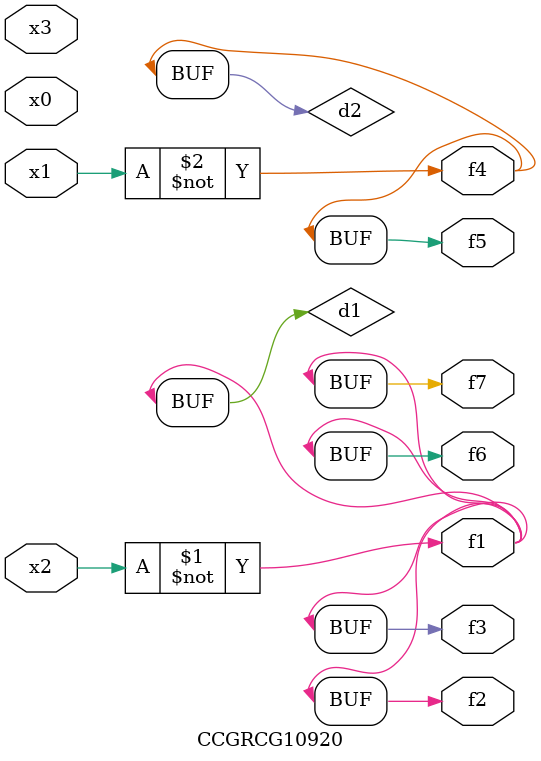
<source format=v>
module CCGRCG10920(
	input x0, x1, x2, x3,
	output f1, f2, f3, f4, f5, f6, f7
);

	wire d1, d2;

	xnor (d1, x2);
	not (d2, x1);
	assign f1 = d1;
	assign f2 = d1;
	assign f3 = d1;
	assign f4 = d2;
	assign f5 = d2;
	assign f6 = d1;
	assign f7 = d1;
endmodule

</source>
